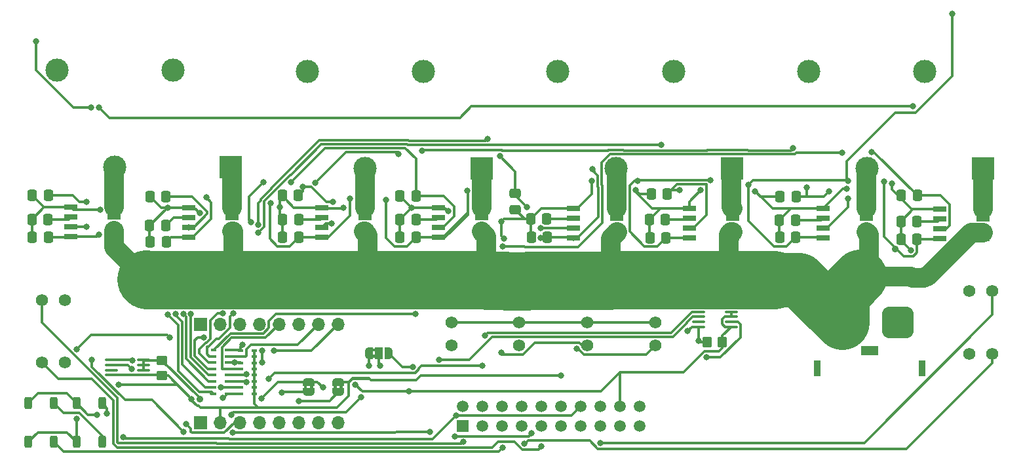
<source format=gbr>
%TF.GenerationSoftware,KiCad,Pcbnew,8.0.3*%
%TF.CreationDate,2025-06-04T14:18:53-07:00*%
%TF.ProjectId,Power_Distribution,506f7765-725f-4446-9973-747269627574,rev?*%
%TF.SameCoordinates,Original*%
%TF.FileFunction,Copper,L1,Top*%
%TF.FilePolarity,Positive*%
%FSLAX46Y46*%
G04 Gerber Fmt 4.6, Leading zero omitted, Abs format (unit mm)*
G04 Created by KiCad (PCBNEW 8.0.3) date 2025-06-04 14:18:53*
%MOMM*%
%LPD*%
G01*
G04 APERTURE LIST*
G04 Aperture macros list*
%AMRoundRect*
0 Rectangle with rounded corners*
0 $1 Rounding radius*
0 $2 $3 $4 $5 $6 $7 $8 $9 X,Y pos of 4 corners*
0 Add a 4 corners polygon primitive as box body*
4,1,4,$2,$3,$4,$5,$6,$7,$8,$9,$2,$3,0*
0 Add four circle primitives for the rounded corners*
1,1,$1+$1,$2,$3*
1,1,$1+$1,$4,$5*
1,1,$1+$1,$6,$7*
1,1,$1+$1,$8,$9*
0 Add four rect primitives between the rounded corners*
20,1,$1+$1,$2,$3,$4,$5,0*
20,1,$1+$1,$4,$5,$6,$7,0*
20,1,$1+$1,$6,$7,$8,$9,0*
20,1,$1+$1,$8,$9,$2,$3,0*%
%AMFreePoly0*
4,1,19,0.500000,-0.750000,0.000000,-0.750000,0.000000,-0.744911,-0.071157,-0.744911,-0.207708,-0.704816,-0.327430,-0.627875,-0.420627,-0.520320,-0.479746,-0.390866,-0.500000,-0.250000,-0.500000,0.250000,-0.479746,0.390866,-0.420627,0.520320,-0.327430,0.627875,-0.207708,0.704816,-0.071157,0.744911,0.000000,0.744911,0.000000,0.750000,0.500000,0.750000,0.500000,-0.750000,0.500000,-0.750000,
$1*%
%AMFreePoly1*
4,1,19,0.000000,0.744911,0.071157,0.744911,0.207708,0.704816,0.327430,0.627875,0.420627,0.520320,0.479746,0.390866,0.500000,0.250000,0.500000,-0.250000,0.479746,-0.390866,0.420627,-0.520320,0.327430,-0.627875,0.207708,-0.704816,0.071157,-0.744911,0.000000,-0.744911,0.000000,-0.750000,-0.500000,-0.750000,-0.500000,0.750000,0.000000,0.750000,0.000000,0.744911,0.000000,0.744911,
$1*%
%AMFreePoly2*
4,1,19,0.550000,-0.750000,0.000000,-0.750000,0.000000,-0.744911,-0.071157,-0.744911,-0.207708,-0.704816,-0.327430,-0.627875,-0.420627,-0.520320,-0.479746,-0.390866,-0.500000,-0.250000,-0.500000,0.250000,-0.479746,0.390866,-0.420627,0.520320,-0.327430,0.627875,-0.207708,0.704816,-0.071157,0.744911,0.000000,0.744911,0.000000,0.750000,0.550000,0.750000,0.550000,-0.750000,0.550000,-0.750000,
$1*%
%AMFreePoly3*
4,1,19,0.000000,0.744911,0.071157,0.744911,0.207708,0.704816,0.327430,0.627875,0.420627,0.520320,0.479746,0.390866,0.500000,0.250000,0.500000,-0.250000,0.479746,-0.390866,0.420627,-0.520320,0.327430,-0.627875,0.207708,-0.704816,0.071157,-0.744911,0.000000,-0.744911,0.000000,-0.750000,-0.550000,-0.750000,-0.550000,0.750000,0.000000,0.750000,0.000000,0.744911,0.000000,0.744911,
$1*%
G04 Aperture macros list end*
%TA.AperFunction,EtchedComponent*%
%ADD10C,0.000000*%
%TD*%
%TA.AperFunction,SMDPad,CuDef*%
%ADD11R,1.750000X0.650000*%
%TD*%
%TA.AperFunction,SMDPad,CuDef*%
%ADD12RoundRect,0.250000X0.337500X0.475000X-0.337500X0.475000X-0.337500X-0.475000X0.337500X-0.475000X0*%
%TD*%
%TA.AperFunction,SMDPad,CuDef*%
%ADD13RoundRect,0.250000X-0.450000X0.350000X-0.450000X-0.350000X0.450000X-0.350000X0.450000X0.350000X0*%
%TD*%
%TA.AperFunction,SMDPad,CuDef*%
%ADD14FreePoly0,90.000000*%
%TD*%
%TA.AperFunction,SMDPad,CuDef*%
%ADD15FreePoly1,90.000000*%
%TD*%
%TA.AperFunction,ComponentPad*%
%ADD16R,0.900000X2.000000*%
%TD*%
%TA.AperFunction,ComponentPad*%
%ADD17RoundRect,1.025000X1.025000X1.025000X-1.025000X1.025000X-1.025000X-1.025000X1.025000X-1.025000X0*%
%TD*%
%TA.AperFunction,ComponentPad*%
%ADD18C,4.100000*%
%TD*%
%TA.AperFunction,ComponentPad*%
%ADD19R,2.300000X1.300000*%
%TD*%
%TA.AperFunction,SMDPad,CuDef*%
%ADD20RoundRect,0.100000X-0.712500X-0.100000X0.712500X-0.100000X0.712500X0.100000X-0.712500X0.100000X0*%
%TD*%
%TA.AperFunction,ComponentPad*%
%ADD21R,3.000000X3.000000*%
%TD*%
%TA.AperFunction,ComponentPad*%
%ADD22C,3.000000*%
%TD*%
%TA.AperFunction,ComponentPad*%
%ADD23R,1.508000X1.508000*%
%TD*%
%TA.AperFunction,ComponentPad*%
%ADD24C,1.508000*%
%TD*%
%TA.AperFunction,SMDPad,CuDef*%
%ADD25RoundRect,0.250000X-0.475000X0.337500X-0.475000X-0.337500X0.475000X-0.337500X0.475000X0.337500X0*%
%TD*%
%TA.AperFunction,ComponentPad*%
%ADD26C,1.574800*%
%TD*%
%TA.AperFunction,SMDPad,CuDef*%
%ADD27RoundRect,0.250000X0.250000X-0.550000X0.250000X0.550000X-0.250000X0.550000X-0.250000X-0.550000X0*%
%TD*%
%TA.AperFunction,SMDPad,CuDef*%
%ADD28R,0.711200X0.457200*%
%TD*%
%TA.AperFunction,ComponentPad*%
%ADD29R,1.700000X1.700000*%
%TD*%
%TA.AperFunction,ComponentPad*%
%ADD30O,1.700000X1.700000*%
%TD*%
%TA.AperFunction,SMDPad,CuDef*%
%ADD31RoundRect,0.250000X0.350000X0.450000X-0.350000X0.450000X-0.350000X-0.450000X0.350000X-0.450000X0*%
%TD*%
%TA.AperFunction,SMDPad,CuDef*%
%ADD32FreePoly2,0.000000*%
%TD*%
%TA.AperFunction,SMDPad,CuDef*%
%ADD33R,1.000000X1.500000*%
%TD*%
%TA.AperFunction,SMDPad,CuDef*%
%ADD34FreePoly3,0.000000*%
%TD*%
%TA.AperFunction,ViaPad*%
%ADD35C,0.800000*%
%TD*%
%TA.AperFunction,ViaPad*%
%ADD36C,0.900000*%
%TD*%
%TA.AperFunction,Conductor*%
%ADD37C,0.304800*%
%TD*%
%TA.AperFunction,Conductor*%
%ADD38C,2.500000*%
%TD*%
%TA.AperFunction,Conductor*%
%ADD39C,7.500000*%
%TD*%
%TA.AperFunction,Conductor*%
%ADD40C,7.000000*%
%TD*%
G04 APERTURE END LIST*
D10*
%TA.AperFunction,EtchedComponent*%
%TO.C,JP2*%
G36*
X122890000Y-104020000D02*
G01*
X122490000Y-104020000D01*
X122490000Y-103520000D01*
X122890000Y-103520000D01*
X122890000Y-104020000D01*
G37*
%TD.AperFunction*%
%TA.AperFunction,EtchedComponent*%
G36*
X123690000Y-104020000D02*
G01*
X123290000Y-104020000D01*
X123290000Y-103520000D01*
X123690000Y-103520000D01*
X123690000Y-104020000D01*
G37*
%TD.AperFunction*%
%TA.AperFunction,EtchedComponent*%
%TO.C,JP1*%
G36*
X119060000Y-104000000D02*
G01*
X118660000Y-104000000D01*
X118660000Y-103500000D01*
X119060000Y-103500000D01*
X119060000Y-104000000D01*
G37*
%TD.AperFunction*%
%TA.AperFunction,EtchedComponent*%
G36*
X119860000Y-104000000D02*
G01*
X119460000Y-104000000D01*
X119460000Y-103500000D01*
X119860000Y-103500000D01*
X119860000Y-104000000D01*
G37*
%TD.AperFunction*%
%TA.AperFunction,EtchedComponent*%
%TO.C,JP3*%
G36*
X127950000Y-99180000D02*
G01*
X127450000Y-99180000D01*
X127450000Y-98780000D01*
X127950000Y-98780000D01*
X127950000Y-99180000D01*
G37*
%TD.AperFunction*%
%TA.AperFunction,EtchedComponent*%
G36*
X127950000Y-99980000D02*
G01*
X127450000Y-99980000D01*
X127450000Y-99580000D01*
X127950000Y-99580000D01*
X127950000Y-99980000D01*
G37*
%TD.AperFunction*%
%TD*%
D11*
%TO.P,IC5,1,IP+_1*%
%TO.N,+BATT*%
X141669200Y-84429600D03*
%TO.P,IC5,2,IP+_2*%
X141669200Y-83159600D03*
%TO.P,IC5,3,IP-_1*%
%TO.N,PWR5*%
X141669200Y-81889600D03*
%TO.P,IC5,4,IP-_2*%
X141669200Y-80619600D03*
%TO.P,IC5,5,GND*%
%TO.N,GND*%
X136069200Y-80619600D03*
%TO.P,IC5,6,FILTER*%
%TO.N,Net-(IC5-FILTER)*%
X136069200Y-81889600D03*
%TO.P,IC5,7,VIOUT*%
%TO.N,VIout5*%
X136069200Y-83159600D03*
%TO.P,IC5,8,VCC*%
%TO.N,5V*%
X136069200Y-84429600D03*
%TD*%
D12*
%TO.P,Cf1,1*%
%TO.N,Net-(IC1-FILTER)*%
X197887500Y-82346800D03*
%TO.P,Cf1,2*%
%TO.N,GND*%
X195812500Y-82346800D03*
%TD*%
D11*
%TO.P,IC7,1,IP+_1*%
%TO.N,+BATT*%
X109372400Y-84378800D03*
%TO.P,IC7,2,IP+_2*%
X109372400Y-83108800D03*
%TO.P,IC7,3,IP-_1*%
%TO.N,PWR7*%
X109372400Y-81838800D03*
%TO.P,IC7,4,IP-_2*%
X109372400Y-80568800D03*
%TO.P,IC7,5,GND*%
%TO.N,GND*%
X103772400Y-80568800D03*
%TO.P,IC7,6,FILTER*%
%TO.N,Net-(IC7-FILTER)*%
X103772400Y-81838800D03*
%TO.P,IC7,7,VIOUT*%
%TO.N,VIout7*%
X103772400Y-83108800D03*
%TO.P,IC7,8,VCC*%
%TO.N,5V*%
X103772400Y-84378800D03*
%TD*%
D13*
%TO.P,R1,1*%
%TO.N,+3.3V*%
X100320000Y-100310000D03*
%TO.P,R1,2*%
%TO.N,GND*%
X100320000Y-102310000D03*
%TD*%
D14*
%TO.P,JP2,1,A*%
%TO.N,COM*%
X123090000Y-104420000D03*
D15*
%TO.P,JP2,2,B*%
%TO.N,GND*%
X123090000Y-103120000D03*
%TD*%
D12*
%TO.P,Cf3,1*%
%TO.N,Net-(IC6-FILTER)*%
X117979100Y-82092800D03*
%TO.P,Cf3,2*%
%TO.N,GND*%
X115904100Y-82092800D03*
%TD*%
D16*
%TO.P,J4,*%
%TO.N,*%
X198520000Y-101380000D03*
X185020000Y-101380000D03*
D17*
%TO.P,J4,1,Pin_1*%
%TO.N,-BATT*%
X195370000Y-95380000D03*
D18*
%TO.P,J4,2,Pin_2*%
%TO.N,+BATT*%
X188170000Y-95380000D03*
D19*
%TO.P,J4,3*%
%TO.N,N/C*%
X191770000Y-99030000D03*
%TD*%
D12*
%TO.P,Cf8,1*%
%TO.N,Net-(IC8-FILTER)*%
X85619500Y-82092800D03*
%TO.P,Cf8,2*%
%TO.N,GND*%
X83544500Y-82092800D03*
%TD*%
D20*
%TO.P,U2,1,SDA*%
%TO.N,SDA*%
X169675000Y-94020000D03*
%TO.P,U2,2,SCL*%
%TO.N,SCL*%
X169675000Y-94670000D03*
%TO.P,U2,3,Alert*%
%TO.N,unconnected-(U2-Alert-Pad3)*%
X169675000Y-95320000D03*
%TO.P,U2,4,GND*%
%TO.N,GND*%
X169675000Y-95970000D03*
%TO.P,U2,5,A2*%
%TO.N,+3.3V*%
X173900000Y-95970000D03*
%TO.P,U2,6,A1*%
%TO.N,GND*%
X173900000Y-95320000D03*
%TO.P,U2,7,A0*%
%TO.N,+3.3V*%
X173900000Y-94670000D03*
%TO.P,U2,8,V_{DD}*%
X173900000Y-94020000D03*
%TD*%
D21*
%TO.P,J6,1,1*%
%TO.N,PWR1*%
X206396000Y-75492000D03*
D22*
%TO.P,J6,2,2*%
%TO.N,-BATT*%
X198896000Y-62992000D03*
%TO.P,J6,3,3*%
%TO.N,PWR2*%
X191396000Y-75492000D03*
%TO.P,J6,4,4*%
%TO.N,-BATT*%
X183896000Y-62992000D03*
%TD*%
D12*
%TO.P,Cb6,1*%
%TO.N,5V*%
X165447800Y-84480400D03*
%TO.P,Cb6,2*%
%TO.N,GND*%
X163372800Y-84480400D03*
%TD*%
D23*
%TO.P,J18,1,1*%
%TO.N,PWM0*%
X139190000Y-108750000D03*
D24*
%TO.P,J18,2,2*%
%TO.N,SCL*%
X139190000Y-106210000D03*
%TO.P,J18,3,3*%
%TO.N,PWM1*%
X141730000Y-108750000D03*
%TO.P,J18,4,4*%
%TO.N,SDA*%
X141730000Y-106210000D03*
%TO.P,J18,5,5*%
%TO.N,PWM2*%
X144270000Y-108750000D03*
%TO.P,J18,6,6*%
%TO.N,toNEO_CTRL_MOOD*%
X144270000Y-106210000D03*
%TO.P,J18,7,7*%
%TO.N,PWM3*%
X146810000Y-108750000D03*
%TO.P,J18,8,8*%
%TO.N,outNEO_CTRL_MOOD*%
X146810000Y-106210000D03*
%TO.P,J18,9,9*%
%TO.N,PWM4*%
X149350000Y-108750000D03*
%TO.P,J18,10,10*%
%TO.N,unconnected-(J18-Pad10)*%
X149350000Y-106210000D03*
%TO.P,J18,11,11*%
%TO.N,PWM5*%
X151890000Y-108750000D03*
%TO.P,J18,12,12*%
%TO.N,GND*%
X151890000Y-106210000D03*
%TO.P,J18,13,13*%
%TO.N,PWM6*%
X154430000Y-108750000D03*
%TO.P,J18,14,14*%
%TO.N,5V*%
X154430000Y-106210000D03*
%TO.P,J18,15,15*%
%TO.N,PWM7*%
X156970000Y-108750000D03*
%TO.P,J18,16,16*%
%TO.N,5V*%
X156970000Y-106210000D03*
%TO.P,J18,17,17*%
%TO.N,unconnected-(J18-Pad17)*%
X159510000Y-108750000D03*
%TO.P,J18,18,18*%
%TO.N,+3.3V*%
X159510000Y-106210000D03*
%TO.P,J18,19,19*%
%TO.N,unconnected-(J18-Pad19)*%
X162050000Y-108750000D03*
%TO.P,J18,20,20*%
%TO.N,GND*%
X162050000Y-106210000D03*
%TD*%
D12*
%TO.P,Cf11,1*%
%TO.N,VIout3*%
X165617500Y-78790000D03*
%TO.P,Cf11,2*%
%TO.N,GND*%
X163542500Y-78790000D03*
%TD*%
D25*
%TO.P,Cf12,1*%
%TO.N,VIout4*%
X146000000Y-78762500D03*
%TO.P,Cf12,2*%
%TO.N,GND*%
X146000000Y-80837500D03*
%TD*%
D12*
%TO.P,Cb2,1*%
%TO.N,5V*%
X182211800Y-84429600D03*
%TO.P,Cb2,2*%
%TO.N,GND*%
X180136800Y-84429600D03*
%TD*%
%TO.P,Cb1,1*%
%TO.N,5V*%
X197887500Y-84632800D03*
%TO.P,Cb1,2*%
%TO.N,GND*%
X195812500Y-84632800D03*
%TD*%
%TO.P,Cf7,1*%
%TO.N,Net-(IC4-FILTER)*%
X150033900Y-82042000D03*
%TO.P,Cf7,2*%
%TO.N,GND*%
X147958900Y-82042000D03*
%TD*%
D26*
%TO.P,J15,1,1*%
%TO.N,PWM6*%
X164060000Y-98389999D03*
%TO.P,J15,2,2*%
%TO.N,GND*%
X164060000Y-95390000D03*
%TD*%
D11*
%TO.P,IC6,1,IP+_1*%
%TO.N,+BATT*%
X126581600Y-84429600D03*
%TO.P,IC6,2,IP+_2*%
X126581600Y-83159600D03*
%TO.P,IC6,3,IP-_1*%
%TO.N,PWR6*%
X126581600Y-81889600D03*
%TO.P,IC6,4,IP-_2*%
X126581600Y-80619600D03*
%TO.P,IC6,5,GND*%
%TO.N,GND*%
X120981600Y-80619600D03*
%TO.P,IC6,6,FILTER*%
%TO.N,Net-(IC6-FILTER)*%
X120981600Y-81889600D03*
%TO.P,IC6,7,VIOUT*%
%TO.N,VIout6*%
X120981600Y-83159600D03*
%TO.P,IC6,8,VCC*%
%TO.N,5V*%
X120981600Y-84429600D03*
%TD*%
D26*
%TO.P,J10,1,1*%
%TO.N,PWM0*%
X84800000Y-92550000D03*
%TO.P,J10,2,2*%
%TO.N,GND*%
X87799999Y-92550000D03*
%TD*%
D11*
%TO.P,IC4,1,IP+_1*%
%TO.N,+BATT*%
X159054800Y-84480400D03*
%TO.P,IC4,2,IP+_2*%
X159054800Y-83210400D03*
%TO.P,IC4,3,IP-_1*%
%TO.N,PWR4*%
X159054800Y-81940400D03*
%TO.P,IC4,4,IP-_2*%
X159054800Y-80670400D03*
%TO.P,IC4,5,GND*%
%TO.N,GND*%
X153454800Y-80670400D03*
%TO.P,IC4,6,FILTER*%
%TO.N,Net-(IC4-FILTER)*%
X153454800Y-81940400D03*
%TO.P,IC4,7,VIOUT*%
%TO.N,VIout4*%
X153454800Y-83210400D03*
%TO.P,IC4,8,VCC*%
%TO.N,5V*%
X153454800Y-84480400D03*
%TD*%
D12*
%TO.P,Cb7,1*%
%TO.N,5V*%
X150135500Y-84378800D03*
%TO.P,Cb7,2*%
%TO.N,GND*%
X148060500Y-84378800D03*
%TD*%
D14*
%TO.P,JP1,1,A*%
%TO.N,REF*%
X119260000Y-104400000D03*
D15*
%TO.P,JP1,2,B*%
%TO.N,+3.3V*%
X119260000Y-103100000D03*
%TD*%
D12*
%TO.P,Cf14,1*%
%TO.N,VIout6*%
X117962500Y-79025000D03*
%TO.P,Cf14,2*%
%TO.N,GND*%
X115887500Y-79025000D03*
%TD*%
%TO.P,Cf2,1*%
%TO.N,Net-(IC2-FILTER)*%
X182190300Y-82194400D03*
%TO.P,Cf2,2*%
%TO.N,GND*%
X180115300Y-82194400D03*
%TD*%
D27*
%TO.P,LED1,1,VSS*%
%TO.N,GND*%
X83060000Y-110850000D03*
%TO.P,LED1,2,DIN*%
%TO.N,toNEO_CTRL_MOOD*%
X86360000Y-110850000D03*
%TO.P,LED1,3,VDD*%
%TO.N,5V*%
X83060000Y-105850000D03*
%TO.P,LED1,4,DOUT*%
%TO.N,Net-(LED1-DOUT)*%
X86360000Y-105850000D03*
%TD*%
D28*
%TO.P,R3,1*%
%TO.N,VIout1*%
X107012700Y-99001201D03*
%TO.P,R3,2*%
%TO.N,VIout2*%
X107012700Y-99801201D03*
%TO.P,R3,3*%
%TO.N,VIout3*%
X107012700Y-100601200D03*
%TO.P,R3,4*%
%TO.N,VIout4*%
X107012700Y-101401201D03*
%TO.P,R3,5*%
%TO.N,VIout5*%
X107012700Y-102201199D03*
%TO.P,R3,6*%
%TO.N,VIout6*%
X107012700Y-103001200D03*
%TO.P,R3,7*%
%TO.N,VIout7*%
X107012700Y-103801201D03*
%TO.P,R3,8*%
%TO.N,VIout8*%
X107012700Y-104601199D03*
%TO.P,R3,9*%
%TO.N,VIout8Div*%
X108816100Y-104601199D03*
%TO.P,R3,10*%
%TO.N,VIout7Div*%
X108816100Y-103801199D03*
%TO.P,R3,11*%
%TO.N,VIout6Div*%
X108816100Y-103001200D03*
%TO.P,R3,12*%
%TO.N,VIout5Div*%
X108816100Y-102201199D03*
%TO.P,R3,13*%
%TO.N,VIout4Div*%
X108816100Y-101401201D03*
%TO.P,R3,14*%
%TO.N,VIout3Div*%
X108816100Y-100601200D03*
%TO.P,R3,15*%
%TO.N,VIout2Div*%
X108816100Y-99801199D03*
%TO.P,R3,16*%
%TO.N,VIout1Div*%
X108816100Y-99001201D03*
%TD*%
D21*
%TO.P,J2,1,1*%
%TO.N,PWR5*%
X141612000Y-75492000D03*
D22*
%TO.P,J2,2,2*%
%TO.N,-BATT*%
X134112000Y-62992000D03*
%TO.P,J2,3,3*%
%TO.N,PWR6*%
X126612000Y-75492000D03*
%TO.P,J2,4,4*%
%TO.N,-BATT*%
X119112000Y-62992000D03*
%TD*%
D26*
%TO.P,J17,1,1*%
%TO.N,PWM7*%
X207619999Y-91380000D03*
%TO.P,J17,2,2*%
%TO.N,GND*%
X204620000Y-91380000D03*
%TD*%
D12*
%TO.P,Cf13,1*%
%TO.N,VIout5*%
X133137500Y-79075000D03*
%TO.P,Cf13,2*%
%TO.N,GND*%
X131062500Y-79075000D03*
%TD*%
D26*
%TO.P,J16,1,1*%
%TO.N,PWM3*%
X207619999Y-99510000D03*
%TO.P,J16,2,2*%
%TO.N,GND*%
X204620000Y-99510000D03*
%TD*%
D29*
%TO.P,J9,1,Pin_1*%
%TO.N,VIout8Div*%
X105290000Y-95632000D03*
D30*
%TO.P,J9,2,Pin_2*%
%TO.N,VIout7Div*%
X107830000Y-95632000D03*
%TO.P,J9,3,Pin_3*%
%TO.N,VIout6Div*%
X110370000Y-95632000D03*
%TO.P,J9,4,Pin_4*%
%TO.N,VIout5Div*%
X112910000Y-95632000D03*
%TO.P,J9,5,Pin_5*%
%TO.N,VIout4Div*%
X115450000Y-95632000D03*
%TO.P,J9,6,Pin_6*%
%TO.N,VIout3Div*%
X117990000Y-95632000D03*
%TO.P,J9,7,Pin_7*%
%TO.N,VIout2Div*%
X120530000Y-95632000D03*
%TO.P,J9,8,Pin_8*%
%TO.N,VIout1Div*%
X123070000Y-95632000D03*
%TD*%
D27*
%TO.P,LED2,1,VSS*%
%TO.N,GND*%
X89290000Y-110850000D03*
%TO.P,LED2,2,DIN*%
%TO.N,Net-(LED1-DOUT)*%
X92590000Y-110850000D03*
%TO.P,LED2,3,VDD*%
%TO.N,5V*%
X89290000Y-105850000D03*
%TO.P,LED2,4,DOUT*%
%TO.N,Net-(LED2-DOUT)*%
X92590000Y-105850000D03*
%TD*%
D12*
%TO.P,Cf10,1*%
%TO.N,VIout2*%
X182270000Y-79140000D03*
%TO.P,Cf10,2*%
%TO.N,GND*%
X180195000Y-79140000D03*
%TD*%
%TO.P,Cb8,1*%
%TO.N,5V*%
X85641000Y-84378800D03*
%TO.P,Cb8,2*%
%TO.N,GND*%
X83566000Y-84378800D03*
%TD*%
D20*
%TO.P,U1,1,SDA*%
%TO.N,SDA*%
X93767500Y-100260000D03*
%TO.P,U1,2,SCL*%
%TO.N,SCL*%
X93767500Y-100910000D03*
%TO.P,U1,3,Alert*%
%TO.N,unconnected-(U1-Alert-Pad3)*%
X93767500Y-101560000D03*
%TO.P,U1,4,GND*%
%TO.N,GND*%
X93767500Y-102210000D03*
%TO.P,U1,5,A2*%
X97992500Y-102210000D03*
%TO.P,U1,6,A1*%
%TO.N,+3.3V*%
X97992500Y-101560000D03*
%TO.P,U1,7,A0*%
X97992500Y-100910000D03*
%TO.P,U1,8,V_{DD}*%
X97992500Y-100260000D03*
%TD*%
D12*
%TO.P,Cb5,1*%
%TO.N,5V*%
X133139000Y-84378800D03*
%TO.P,Cb5,2*%
%TO.N,GND*%
X131064000Y-84378800D03*
%TD*%
D11*
%TO.P,IC2,1,IP+_1*%
%TO.N,+BATT*%
X191351600Y-84480400D03*
%TO.P,IC2,2,IP+_2*%
X191351600Y-83210400D03*
%TO.P,IC2,3,IP-_1*%
%TO.N,PWR2*%
X191351600Y-81940400D03*
%TO.P,IC2,4,IP-_2*%
X191351600Y-80670400D03*
%TO.P,IC2,5,GND*%
%TO.N,GND*%
X185751600Y-80670400D03*
%TO.P,IC2,6,FILTER*%
%TO.N,Net-(IC2-FILTER)*%
X185751600Y-81940400D03*
%TO.P,IC2,7,VIOUT*%
%TO.N,VIout2*%
X185751600Y-83210400D03*
%TO.P,IC2,8,VCC*%
%TO.N,5V*%
X185751600Y-84480400D03*
%TD*%
D12*
%TO.P,Cf4,1*%
%TO.N,Net-(IC7-FILTER)*%
X100808700Y-82905600D03*
%TO.P,Cf4,2*%
%TO.N,GND*%
X98733700Y-82905600D03*
%TD*%
%TO.P,Cf15,1*%
%TO.N,VIout7*%
X100837500Y-79125000D03*
%TO.P,Cf15,2*%
%TO.N,GND*%
X98762500Y-79125000D03*
%TD*%
D11*
%TO.P,IC1,1,IP+_1*%
%TO.N,+BATT*%
X206451200Y-84582000D03*
%TO.P,IC1,2,IP+_2*%
X206451200Y-83312000D03*
%TO.P,IC1,3,IP-_1*%
%TO.N,PWR1*%
X206451200Y-82042000D03*
%TO.P,IC1,4,IP-_2*%
X206451200Y-80772000D03*
%TO.P,IC1,5,GND*%
%TO.N,GND*%
X200851200Y-80772000D03*
%TO.P,IC1,6,FILTER*%
%TO.N,Net-(IC1-FILTER)*%
X200851200Y-82042000D03*
%TO.P,IC1,7,VIOUT*%
%TO.N,VIout1*%
X200851200Y-83312000D03*
%TO.P,IC1,8,VCC*%
%TO.N,5V*%
X200851200Y-84582000D03*
%TD*%
D12*
%TO.P,Cf16,1*%
%TO.N,VIout8*%
X85637500Y-79000000D03*
%TO.P,Cf16,2*%
%TO.N,GND*%
X83562500Y-79000000D03*
%TD*%
D26*
%TO.P,J14,1,1*%
%TO.N,PWM2*%
X155284400Y-98399999D03*
%TO.P,J14,2,2*%
%TO.N,GND*%
X155284400Y-95400000D03*
%TD*%
D21*
%TO.P,J1,1,1*%
%TO.N,PWR3*%
X173985600Y-75492000D03*
D22*
%TO.P,J1,2,2*%
%TO.N,-BATT*%
X166485600Y-62992000D03*
%TO.P,J1,3,3*%
%TO.N,PWR4*%
X158985600Y-75492000D03*
%TO.P,J1,4,4*%
%TO.N,-BATT*%
X151485600Y-62992000D03*
%TD*%
D26*
%TO.P,J11,1,1*%
%TO.N,PWM4*%
X84800000Y-100590000D03*
%TO.P,J11,2,2*%
%TO.N,GND*%
X87799999Y-100590000D03*
%TD*%
D31*
%TO.P,R2,1*%
%TO.N,+3.3V*%
X172750000Y-97980000D03*
%TO.P,R2,2*%
%TO.N,GND*%
X170750000Y-97980000D03*
%TD*%
D12*
%TO.P,Cf9,1*%
%TO.N,VIout1*%
X197920000Y-79000000D03*
%TO.P,Cf9,2*%
%TO.N,GND*%
X195845000Y-79000000D03*
%TD*%
D11*
%TO.P,IC8,1,IP+_1*%
%TO.N,+BATT*%
X94171200Y-84328000D03*
%TO.P,IC8,2,IP+_2*%
X94171200Y-83058000D03*
%TO.P,IC8,3,IP-_1*%
%TO.N,PWR8*%
X94171200Y-81788000D03*
%TO.P,IC8,4,IP-_2*%
X94171200Y-80518000D03*
%TO.P,IC8,5,GND*%
%TO.N,GND*%
X88571200Y-80518000D03*
%TO.P,IC8,6,FILTER*%
%TO.N,Net-(IC8-FILTER)*%
X88571200Y-81788000D03*
%TO.P,IC8,7,VIOUT*%
%TO.N,VIout8*%
X88571200Y-83058000D03*
%TO.P,IC8,8,VCC*%
%TO.N,5V*%
X88571200Y-84328000D03*
%TD*%
D12*
%TO.P,Cb3,1*%
%TO.N,5V*%
X117979100Y-84378800D03*
%TO.P,Cb3,2*%
%TO.N,GND*%
X115904100Y-84378800D03*
%TD*%
D32*
%TO.P,JP3,1,A*%
%TO.N,Net-(J3-Pin_1)*%
X127050000Y-99380000D03*
D33*
%TO.P,JP3,2,C*%
%TO.N,+3.3V*%
X128350000Y-99380000D03*
D34*
%TO.P,JP3,3,B*%
%TO.N,5V*%
X129650000Y-99380000D03*
%TD*%
D28*
%TO.P,R4,1*%
%TO.N,VIout1Div*%
X110464600Y-99022002D03*
%TO.P,R4,2*%
%TO.N,VIout2Div*%
X110464600Y-99822002D03*
%TO.P,R4,3*%
%TO.N,VIout3Div*%
X110464600Y-100622001D03*
%TO.P,R4,4*%
%TO.N,VIout4Div*%
X110464600Y-101422002D03*
%TO.P,R4,5*%
%TO.N,VIout5Div*%
X110464600Y-102222000D03*
%TO.P,R4,6*%
%TO.N,VIout6Div*%
X110464600Y-103022001D03*
%TO.P,R4,7*%
%TO.N,VIout7Div*%
X110464600Y-103822002D03*
%TO.P,R4,8*%
%TO.N,VIout8Div*%
X110464600Y-104622000D03*
%TO.P,R4,9*%
%TO.N,GND*%
X112268000Y-104622000D03*
%TO.P,R4,10*%
X112268000Y-103822000D03*
%TO.P,R4,11*%
X112268000Y-103022001D03*
%TO.P,R4,12*%
X112268000Y-102222000D03*
%TO.P,R4,13*%
X112268000Y-101422002D03*
%TO.P,R4,14*%
X112268000Y-100622001D03*
%TO.P,R4,15*%
X112268000Y-99822000D03*
%TO.P,R4,16*%
X112268000Y-99022002D03*
%TD*%
D11*
%TO.P,IC3,1,IP+_1*%
%TO.N,+BATT*%
X174040800Y-84480400D03*
%TO.P,IC3,2,IP+_2*%
X174040800Y-83210400D03*
%TO.P,IC3,3,IP-_1*%
%TO.N,PWR3*%
X174040800Y-81940400D03*
%TO.P,IC3,4,IP-_2*%
X174040800Y-80670400D03*
%TO.P,IC3,5,GND*%
%TO.N,GND*%
X168440800Y-80670400D03*
%TO.P,IC3,6,FILTER*%
%TO.N,Net-(IC3-FILTER)*%
X168440800Y-81940400D03*
%TO.P,IC3,7,VIOUT*%
%TO.N,VIout3*%
X168440800Y-83210400D03*
%TO.P,IC3,8,VCC*%
%TO.N,5V*%
X168440800Y-84480400D03*
%TD*%
D12*
%TO.P,Cb4,1*%
%TO.N,5V*%
X100881000Y-85039200D03*
%TO.P,Cb4,2*%
%TO.N,GND*%
X98806000Y-85039200D03*
%TD*%
%TO.P,Cf5,1*%
%TO.N,Net-(IC5-FILTER)*%
X133139000Y-82143600D03*
%TO.P,Cf5,2*%
%TO.N,GND*%
X131064000Y-82143600D03*
%TD*%
D26*
%TO.P,J13,1,1*%
%TO.N,PWM5*%
X146508800Y-98399999D03*
%TO.P,J13,2,2*%
%TO.N,GND*%
X146508800Y-95400000D03*
%TD*%
%TO.P,J12,1,1*%
%TO.N,PWM1*%
X137733200Y-98399999D03*
%TO.P,J12,2,2*%
%TO.N,GND*%
X137733200Y-95400000D03*
%TD*%
D21*
%TO.P,J7,1,1*%
%TO.N,PWR7*%
X109252400Y-75339600D03*
D22*
%TO.P,J7,2,2*%
%TO.N,-BATT*%
X101752400Y-62839600D03*
%TO.P,J7,3,3*%
%TO.N,PWR8*%
X94252400Y-75339600D03*
%TO.P,J7,4,4*%
%TO.N,-BATT*%
X86752400Y-62839600D03*
%TD*%
D12*
%TO.P,Cf6,1*%
%TO.N,Net-(IC3-FILTER)*%
X165375500Y-82143600D03*
%TO.P,Cf6,2*%
%TO.N,GND*%
X163300500Y-82143600D03*
%TD*%
D29*
%TO.P,J3,1,Pin_1*%
%TO.N,Net-(J3-Pin_1)*%
X105290000Y-108332000D03*
D30*
%TO.P,J3,2,Pin_2*%
%TO.N,GND*%
X107830000Y-108332000D03*
%TO.P,J3,3,Pin_3*%
%TO.N,SCL*%
X110370000Y-108332000D03*
%TO.P,J3,4,Pin_4*%
%TO.N,SDA*%
X112910000Y-108332000D03*
%TO.P,J3,5,Pin_5*%
%TO.N,REF*%
X115450000Y-108332000D03*
%TO.P,J3,6,Pin_6*%
%TO.N,COM*%
X117990000Y-108332000D03*
%TO.P,J3,7,Pin_7*%
%TO.N,AD0*%
X120530000Y-108332000D03*
%TO.P,J3,8,Pin_8*%
%TO.N,AD1*%
X123070000Y-108332000D03*
%TD*%
D35*
%TO.N,GND*%
X169672000Y-97790000D03*
%TO.N,Net-(LED2-DOUT)*%
X93218000Y-107188000D03*
%TO.N,VIout8*%
X90594000Y-83058000D03*
%TO.N,GND*%
X197104000Y-86106000D03*
%TO.N,5V*%
X149248000Y-84521188D03*
%TO.N,VIout6*%
X122269010Y-82650398D03*
%TO.N,GND*%
X115570000Y-80518000D03*
%TO.N,VIout8Div*%
X108204000Y-105156000D03*
%TO.N,VIout4*%
X142420000Y-71734400D03*
%TO.N,VIout3*%
X112802043Y-83856538D03*
%TO.N,VIout5*%
X111822541Y-82457594D03*
%TO.N,VIout1Div*%
X110744000Y-98298000D03*
%TO.N,GND*%
X168230000Y-96520000D03*
X132588000Y-80619600D03*
X188804070Y-78145490D03*
X105218600Y-81276111D03*
X104143470Y-105305012D03*
X155873740Y-77121997D03*
X176977200Y-78497200D03*
X123802800Y-80578167D03*
X161515600Y-78296545D03*
X151890000Y-102280000D03*
X101070500Y-80568800D03*
X144510401Y-84557258D03*
X94780000Y-103480000D03*
X89360000Y-98900000D03*
X169954400Y-78328190D03*
X170720000Y-99917300D03*
X92334823Y-80830000D03*
X101356800Y-97372912D03*
X144160000Y-82390000D03*
X194606842Y-77481444D03*
X89300000Y-107880000D03*
X137305515Y-81039872D03*
%TO.N,5V*%
X138362100Y-107400567D03*
X114339633Y-80014633D03*
X129275000Y-79600000D03*
X95295964Y-110268000D03*
X161820000Y-77110000D03*
X91911132Y-107321132D03*
X106066146Y-79271341D03*
X188990365Y-77122626D03*
X193650000Y-77180000D03*
X139780000Y-78360000D03*
D36*
X195047404Y-85903266D03*
D35*
X155984400Y-75570034D03*
X171206565Y-77014831D03*
X202450000Y-55560000D03*
X92170000Y-84100000D03*
X132740000Y-101150000D03*
X100881000Y-85039200D03*
X124660000Y-79440000D03*
X176120000Y-77610000D03*
%TO.N,VIout1*%
X133110000Y-94310000D03*
X192010000Y-73360000D03*
X144360000Y-85560000D03*
X188210000Y-73460000D03*
%TO.N,VIout2*%
X186520000Y-78490000D03*
X120157362Y-77360464D03*
X183670000Y-77930000D03*
X133900000Y-73245600D03*
X181845027Y-72910896D03*
X130930000Y-73650400D03*
X189010000Y-79420000D03*
X109560000Y-94250000D03*
%TO.N,VIout3*%
X108190627Y-94227558D03*
X167250000Y-78350000D03*
X164820000Y-72434400D03*
%TO.N,VIout4*%
X147463873Y-80504331D03*
X105719818Y-97327406D03*
X112750000Y-82840000D03*
X143979431Y-73932400D03*
X149255905Y-83244957D03*
%TO.N,VIout5*%
X117017133Y-77337133D03*
X113430000Y-77310000D03*
X104087072Y-94282302D03*
%TO.N,VIout6*%
X103084871Y-94327124D03*
X118540262Y-77925262D03*
X122400000Y-79825000D03*
%TO.N,VIout7*%
X103772400Y-83108800D03*
X102081700Y-94335124D03*
%TO.N,VIout8*%
X90600000Y-79800000D03*
X101080000Y-94390000D03*
%TO.N,SDA*%
X114086672Y-102675600D03*
X96480000Y-100340000D03*
X141730000Y-101020000D03*
X142080000Y-97080000D03*
%TO.N,COM*%
X118040000Y-105550000D03*
%TO.N,SCL*%
X96460000Y-101450000D03*
X136168312Y-100238800D03*
X103490000Y-108550000D03*
%TO.N,REF*%
X115845600Y-104513697D03*
%TO.N,PWM0*%
X139302040Y-110860400D03*
%TO.N,PWM4*%
X149390000Y-111440000D03*
%TO.N,PWM2*%
X144141043Y-99288999D03*
%TO.N,PWM6*%
X153942684Y-98794420D03*
%TO.N,PWM3*%
X147175586Y-111077895D03*
%TO.N,PWM7*%
X156980000Y-110990000D03*
%TO.N,+3.3V*%
X121125000Y-103825000D03*
D36*
X105196568Y-105319860D03*
D35*
X113193017Y-105235075D03*
X132260000Y-104325600D03*
X128500000Y-101020000D03*
X125311800Y-103431704D03*
%TO.N,Net-(J3-Pin_1)*%
X127080000Y-101020000D03*
X126040000Y-105090000D03*
X109275223Y-107368800D03*
%TO.N,VIout5Div*%
X113284000Y-100584000D03*
X111278290Y-102081710D03*
X113284000Y-99060000D03*
%TO.N,Net-(LED2-DOUT)*%
X197333052Y-67490000D03*
X92220000Y-67650000D03*
%TO.N,VIout7Div*%
X107968302Y-103766000D03*
%TO.N,VIout6Div*%
X111252000Y-103124000D03*
%TO.N,VIout1Div*%
X114808000Y-99060000D03*
%TO.N,VIout3Div*%
X109762890Y-100566310D03*
%TO.N,outNEO_CTRL_MOOD*%
X91240000Y-100250000D03*
X109435287Y-109647819D03*
X91192473Y-67608947D03*
X103120000Y-109530000D03*
X134924400Y-109534400D03*
X148110000Y-109720000D03*
X138210000Y-110180000D03*
X84080000Y-59070000D03*
%TO.N,toNEO_CTRL_MOOD*%
X144357360Y-111577815D03*
%TD*%
D37*
%TO.N,PWM7*%
X207619999Y-91380000D02*
X207619999Y-94434801D01*
X207619999Y-94434801D02*
X191064800Y-110990000D01*
X191064800Y-110990000D02*
X156980000Y-110990000D01*
%TO.N,VIout5*%
X136069200Y-83159600D02*
X136619200Y-83159600D01*
X138057915Y-80399915D02*
X136733000Y-79075000D01*
X136733000Y-79075000D02*
X133137500Y-79075000D01*
X136619200Y-83159600D02*
X138057915Y-81720885D01*
X138057915Y-81720885D02*
X138057915Y-80399915D01*
%TO.N,VIout1*%
X200879200Y-79000000D02*
X202078600Y-80199400D01*
X201676000Y-83312000D02*
X200851200Y-83312000D01*
X202078600Y-80199400D02*
X202078600Y-82909400D01*
X202078600Y-82909400D02*
X201676000Y-83312000D01*
%TO.N,VIout2*%
X124118226Y-73399600D02*
X120157362Y-77360464D01*
%TO.N,VIout6*%
X119655431Y-77925262D02*
X121555169Y-79825000D01*
%TO.N,VIout2*%
X130930000Y-73650400D02*
X130679200Y-73399600D01*
X130679200Y-73399600D02*
X124118226Y-73399600D01*
%TO.N,5V*%
X106676800Y-82024400D02*
X104322400Y-84378800D01*
X106676800Y-79881995D02*
X106676800Y-82024400D01*
X106066146Y-79271341D02*
X106676800Y-79881995D01*
%TO.N,VIout7*%
X104233400Y-79125000D02*
X100837500Y-79125000D01*
%TO.N,5V*%
X104322400Y-84378800D02*
X103772400Y-84378800D01*
%TO.N,VIout7*%
X103772400Y-83108800D02*
X104449966Y-83108800D01*
X104449966Y-83108800D02*
X106172000Y-81386766D01*
X106172000Y-81386766D02*
X106172000Y-81063600D01*
X106172000Y-81063600D02*
X104233400Y-79125000D01*
%TO.N,VIout1*%
X109179501Y-96834400D02*
X113408051Y-96834400D01*
X114127000Y-95254549D02*
X114127000Y-96115451D01*
X114127000Y-96115451D02*
X113408051Y-96834400D01*
X107050590Y-98963311D02*
X109179501Y-96834400D01*
%TO.N,VIout4Div*%
X108108100Y-101353601D02*
X108108100Y-98619697D01*
X108816100Y-101401201D02*
X108155700Y-101401201D01*
X113685200Y-97396800D02*
X115450000Y-95632000D01*
X108155700Y-101401201D02*
X108108100Y-101353601D01*
X108108100Y-98619697D02*
X109330997Y-97396800D01*
X109330997Y-97396800D02*
X113685200Y-97396800D01*
%TO.N,VIout3*%
X105156000Y-99404900D02*
X106352300Y-100601200D01*
X105156000Y-98854105D02*
X105156000Y-99404900D01*
X105962905Y-98047200D02*
X105156000Y-98854105D01*
%TO.N,VIout2*%
X106304700Y-98552000D02*
X107320700Y-97536000D01*
%TO.N,VIout3*%
X106068605Y-98047200D02*
X105962905Y-98047200D01*
X108190627Y-94227558D02*
X107533991Y-94227558D01*
X106627600Y-95133949D02*
X106627600Y-97488205D01*
X107533991Y-94227558D02*
X106627600Y-95133949D01*
X106352300Y-100601200D02*
X107012700Y-100601200D01*
%TO.N,VIout2*%
X106457100Y-99801201D02*
X106172000Y-99516101D01*
%TO.N,VIout3*%
X106627600Y-97488205D02*
X106068605Y-98047200D01*
%TO.N,VIout2*%
X106172000Y-99516101D02*
X106172000Y-98552000D01*
X109167600Y-96064400D02*
X107696000Y-97536000D01*
X106172000Y-98552000D02*
X106304700Y-98552000D01*
X107320700Y-97536000D02*
X107696000Y-97536000D01*
%TO.N,VIout4*%
X104947406Y-97327406D02*
X105719818Y-97327406D01*
X104591872Y-99717767D02*
X104591872Y-97682940D01*
X107012700Y-101401201D02*
X106275306Y-101401201D01*
X106275306Y-101401201D02*
X104591872Y-99717767D01*
X104591872Y-97682940D02*
X104947406Y-97327406D01*
%TO.N,+3.3V*%
X113193017Y-105235075D02*
X115328092Y-103100000D01*
X119260000Y-103100000D02*
X115328092Y-103100000D01*
%TO.N,GND*%
X107830000Y-106480000D02*
X107830000Y-108332000D01*
%TO.N,VIout3*%
X170267380Y-77572590D02*
X166834910Y-77572590D01*
%TO.N,GND*%
X168440800Y-79841790D02*
X169954400Y-78328190D01*
%TO.N,VIout3*%
X166834910Y-77572590D02*
X165617500Y-78790000D01*
X170274790Y-77580000D02*
X170267380Y-77572590D01*
%TO.N,GND*%
X168440800Y-80670400D02*
X168440800Y-79841790D01*
%TO.N,VIout3*%
X170710000Y-77580000D02*
X170274790Y-77580000D01*
X170710000Y-77580000D02*
X170710000Y-81491200D01*
%TO.N,GND*%
X188276510Y-78145490D02*
X188804070Y-78145490D01*
X185751600Y-80670400D02*
X188276510Y-78145490D01*
%TO.N,SCL*%
X139997304Y-100238800D02*
X136168312Y-100238800D01*
X142985905Y-97250199D02*
X139997304Y-100238800D01*
X168144800Y-95395140D02*
X168144800Y-95459096D01*
X168144800Y-95459096D02*
X166353697Y-97250199D01*
X169675000Y-94670000D02*
X168869940Y-94670000D01*
X166353697Y-97250199D02*
X142985905Y-97250199D01*
X168869940Y-94670000D02*
X168144800Y-95395140D01*
%TO.N,SDA*%
X166080645Y-96745399D02*
X168806044Y-94020000D01*
%TO.N,PWM0*%
X107388442Y-111023600D02*
X94666607Y-111023600D01*
X94666607Y-111023600D02*
X94540364Y-110897357D01*
%TO.N,outNEO_CTRL_MOOD*%
X109435287Y-109647819D02*
X130497817Y-109647819D01*
X130611236Y-109534400D02*
X134924400Y-109534400D01*
X130497817Y-109647819D02*
X130611236Y-109534400D01*
%TO.N,GND*%
X169675000Y-97787000D02*
X169868000Y-97980000D01*
X169868000Y-97980000D02*
X170750000Y-97980000D01*
X169675000Y-95970000D02*
X169675000Y-97787000D01*
X169675000Y-97787000D02*
X169672000Y-97790000D01*
%TO.N,Net-(LED2-DOUT)*%
X93218000Y-107188000D02*
X93218000Y-106478000D01*
X93218000Y-106478000D02*
X92590000Y-105850000D01*
%TO.N,VIout8*%
X90594000Y-83058000D02*
X88571200Y-83058000D01*
%TO.N,5V*%
X156235200Y-75820834D02*
X155984400Y-75570034D01*
X156628400Y-76442295D02*
X156235200Y-76049095D01*
X156715200Y-81770000D02*
X156715200Y-77933096D01*
%TO.N,VIout1*%
X157220000Y-82515200D02*
X157220000Y-77724000D01*
X157133200Y-74724710D02*
X157133200Y-77637200D01*
%TO.N,5V*%
X156715200Y-77933096D02*
X156628400Y-77846296D01*
X154004800Y-84480400D02*
X156715200Y-81770000D01*
%TO.N,VIout4*%
X147463873Y-80488873D02*
X147463873Y-80504331D01*
%TO.N,GND*%
X155873740Y-78801460D02*
X155873740Y-77121997D01*
%TO.N,5V*%
X156235200Y-76049095D02*
X156235200Y-75820834D01*
X156628400Y-77846296D02*
X156628400Y-76442295D01*
%TO.N,VIout4*%
X146000000Y-79025000D02*
X147463873Y-80488873D01*
%TO.N,GND*%
X154004800Y-80670400D02*
X155873740Y-78801460D01*
%TO.N,VIout1*%
X158218310Y-73639600D02*
X157133200Y-74724710D01*
X159752890Y-73639600D02*
X158218310Y-73639600D01*
X157133200Y-77637200D02*
X157220000Y-77724000D01*
%TO.N,VIout2*%
X181565923Y-73190000D02*
X181845027Y-72910896D01*
X176047095Y-73134800D02*
X176102295Y-73190000D01*
X144284475Y-73190000D02*
X157954014Y-73190000D01*
X160017185Y-73190000D02*
X170732904Y-73190000D01*
X170732904Y-73190000D02*
X170788104Y-73134800D01*
X170788104Y-73134800D02*
X176047095Y-73134800D01*
X159961986Y-73134800D02*
X160017185Y-73190000D01*
X144271275Y-73176800D02*
X144284475Y-73190000D01*
X157954014Y-73190000D02*
X158009214Y-73134800D01*
%TO.N,VIout1*%
X175838000Y-73639600D02*
X170997200Y-73639600D01*
%TO.N,VIout2*%
X158009214Y-73134800D02*
X159961986Y-73134800D01*
X133968800Y-73176800D02*
X144271275Y-73176800D01*
X176102295Y-73190000D02*
X181565923Y-73190000D01*
X133900000Y-73245600D02*
X133968800Y-73176800D01*
%TO.N,VIout1*%
X170942000Y-73694800D02*
X172133200Y-73694800D01*
X159808090Y-73694800D02*
X170942000Y-73694800D01*
X170997200Y-73639600D02*
X170942000Y-73694800D01*
%TO.N,5V*%
X193650000Y-84350000D02*
X193650000Y-77180000D01*
X197416980Y-86861600D02*
X196161600Y-86861600D01*
X196161600Y-86861600D02*
X193650000Y-84350000D01*
X197887500Y-86391080D02*
X197416980Y-86861600D01*
X197887500Y-84632800D02*
X197887500Y-86391080D01*
%TO.N,GND*%
X195812500Y-84814500D02*
X197104000Y-86106000D01*
%TO.N,5V*%
X149248000Y-84521188D02*
X149993112Y-84521188D01*
%TO.N,VIout6*%
X121490802Y-82650398D02*
X120981600Y-83159600D01*
X122269010Y-82650398D02*
X121490802Y-82650398D01*
%TO.N,GND*%
X115570000Y-80518000D02*
X115570000Y-81758700D01*
X115570000Y-80518000D02*
X115570000Y-79342500D01*
%TO.N,VIout4*%
X112750000Y-82840000D02*
X112750000Y-79970000D01*
X113069644Y-79502146D02*
X114442800Y-78128990D01*
X114442800Y-78084454D02*
X120642054Y-71885200D01*
X112750000Y-79970000D02*
X113069644Y-79650356D01*
X113069644Y-79650356D02*
X113069644Y-79502146D01*
X114442800Y-78128990D02*
X114442800Y-78084454D01*
X120642054Y-71885200D02*
X132169257Y-71885200D01*
X142169200Y-71985200D02*
X142420000Y-71734400D01*
X132169257Y-71885200D02*
X132269257Y-71985200D01*
X132269257Y-71985200D02*
X142169200Y-71985200D01*
%TO.N,outNEO_CTRL_MOOD*%
X84080000Y-62786890D02*
X88902057Y-67608947D01*
X88902057Y-67608947D02*
X91192473Y-67608947D01*
X84080000Y-59070000D02*
X84080000Y-62786890D01*
%TO.N,PWM0*%
X84800000Y-95411456D02*
X94540364Y-105151820D01*
%TO.N,PWM4*%
X94035564Y-105453356D02*
X94035564Y-111106454D01*
%TO.N,PWM0*%
X94540364Y-105151820D02*
X94540364Y-110897357D01*
%TO.N,5V*%
X135277245Y-110505019D02*
X109080223Y-110505019D01*
%TO.N,PWM0*%
X84800000Y-92550000D02*
X84800000Y-95411456D01*
X107388442Y-111023600D02*
X107476042Y-111111200D01*
%TO.N,5V*%
X95419564Y-110391600D02*
X95295964Y-110268000D01*
X109080223Y-110505019D02*
X108966804Y-110391600D01*
%TO.N,PWM4*%
X86911002Y-102701002D02*
X91283210Y-102701002D01*
%TO.N,5V*%
X108966804Y-110391600D02*
X95419564Y-110391600D01*
X138364264Y-107418000D02*
X135277245Y-110505019D01*
%TO.N,PWM4*%
X94035564Y-111106454D02*
X94545111Y-111616000D01*
%TO.N,PWM0*%
X107476042Y-111111200D02*
X139051240Y-111111200D01*
%TO.N,5V*%
X153222000Y-107418000D02*
X138364264Y-107418000D01*
%TO.N,outNEO_CTRL_MOOD*%
X91240000Y-100250000D02*
X91240000Y-101137560D01*
%TO.N,5V*%
X154430000Y-106210000D02*
X153222000Y-107418000D01*
%TO.N,PWM4*%
X91283210Y-102701002D02*
X94035564Y-105453356D01*
%TO.N,PWM0*%
X139051240Y-111111200D02*
X139302040Y-110860400D01*
%TO.N,outNEO_CTRL_MOOD*%
X95548449Y-105446009D02*
X99036009Y-105446009D01*
X91240000Y-101137560D02*
X95548449Y-105446009D01*
X99036009Y-105446009D02*
X103120000Y-109530000D01*
%TO.N,PWM4*%
X84800000Y-100590000D02*
X86911002Y-102701002D01*
%TO.N,+3.3V*%
X105196568Y-105319860D02*
X105196568Y-105186568D01*
X105196568Y-105186568D02*
X100320000Y-100310000D01*
%TO.N,GND*%
X101148458Y-102310000D02*
X104143470Y-105305012D01*
X105073397Y-106194557D02*
X104862396Y-106194557D01*
X104862396Y-106194557D02*
X104143470Y-105475631D01*
X105302840Y-106424000D02*
X105073397Y-106194557D01*
%TO.N,VIout8Div*%
X108287500Y-105129799D02*
X108261299Y-105156000D01*
%TO.N,GND*%
X102318458Y-103480000D02*
X104143470Y-105305012D01*
%TO.N,+3.3V*%
X100865945Y-100310000D02*
X100865945Y-100918525D01*
%TO.N,GND*%
X104143470Y-105475631D02*
X104143470Y-105305012D01*
X112730000Y-106407200D02*
X112713200Y-106424000D01*
X100320000Y-102310000D02*
X101148458Y-102310000D01*
X94780000Y-103480000D02*
X102318458Y-103480000D01*
%TO.N,VIout8Div*%
X108261299Y-105156000D02*
X108204000Y-105156000D01*
%TO.N,GND*%
X112713200Y-106424000D02*
X105302840Y-106424000D01*
%TO.N,VIout8*%
X101080000Y-94390000D02*
X101080000Y-94412800D01*
X101080000Y-94412800D02*
X102425200Y-95758000D01*
X102425200Y-95758000D02*
X102425200Y-101663200D01*
X106793702Y-104382201D02*
X107012700Y-104601199D01*
X102425200Y-101663200D02*
X105144201Y-104382201D01*
X105144201Y-104382201D02*
X106793702Y-104382201D01*
%TO.N,VIout7*%
X105881256Y-103801201D02*
X107012700Y-103801201D01*
X105881256Y-103801201D02*
X102930000Y-100849945D01*
X102930000Y-100849945D02*
X102930000Y-95310000D01*
X102930000Y-95310000D02*
X102081700Y-94461700D01*
X102081700Y-94461700D02*
X102081700Y-94335124D01*
%TO.N,VIout6*%
X103084871Y-94327124D02*
X103434800Y-94677053D01*
X103434800Y-94677053D02*
X103434800Y-100083700D01*
X103434800Y-100083700D02*
X106352300Y-103001200D01*
X106352300Y-103001200D02*
X107012700Y-103001200D01*
%TO.N,VIout5*%
X104087072Y-94282302D02*
X104087072Y-99935971D01*
X106352300Y-102201199D02*
X107012700Y-102201199D01*
X104087072Y-99935971D02*
X106352300Y-102201199D01*
%TO.N,VIout3*%
X116962843Y-76322843D02*
X120895686Y-72390000D01*
X113574444Y-79711242D02*
X114947600Y-78338086D01*
X114947600Y-78338086D02*
X114947600Y-78293550D01*
X114947600Y-78293550D02*
X116918307Y-76322843D01*
X116918307Y-76322843D02*
X116962843Y-76322843D01*
%TO.N,GND*%
X120981600Y-80619600D02*
X117377300Y-80619600D01*
X117377300Y-80619600D02*
X116291717Y-79534017D01*
%TO.N,VIout2*%
X109560000Y-94250000D02*
X109167600Y-94642400D01*
X109167600Y-94642400D02*
X109167600Y-96064400D01*
%TO.N,VIout5*%
X121385362Y-72894800D02*
X117017133Y-77263029D01*
%TO.N,5V*%
X115268066Y-85557800D02*
X114317366Y-84607100D01*
%TO.N,VIout4*%
X146000000Y-78762500D02*
X146000000Y-75952969D01*
%TO.N,VIout1*%
X159752890Y-73639600D02*
X159808090Y-73694800D01*
%TO.N,VIout5*%
X131751065Y-72894800D02*
X121385362Y-72894800D01*
%TO.N,5V*%
X114317366Y-84607100D02*
X114317366Y-80036900D01*
%TO.N,VIout3*%
X120895686Y-72390000D02*
X131960161Y-72390000D01*
%TO.N,VIout5*%
X133137500Y-79075000D02*
X133137500Y-74281235D01*
%TO.N,VIout3*%
X113574444Y-83084137D02*
X113574444Y-79711242D01*
%TO.N,VIout5*%
X117017133Y-77263029D02*
X117017133Y-77337133D01*
%TO.N,VIout1*%
X147210000Y-85640000D02*
X154095200Y-85640000D01*
X154095200Y-85640000D02*
X157220000Y-82515200D01*
%TO.N,5V*%
X114317366Y-80036900D02*
X114339633Y-80014633D01*
X117979100Y-84378800D02*
X116800100Y-85557800D01*
X116800100Y-85557800D02*
X115268066Y-85557800D01*
%TO.N,VIout3*%
X131960161Y-72390000D02*
X132060161Y-72490000D01*
%TO.N,VIout1*%
X144360000Y-85560000D02*
X147130000Y-85560000D01*
%TO.N,VIout3*%
X132060161Y-72490000D02*
X164764400Y-72490000D01*
%TO.N,VIout4*%
X146000000Y-75952969D02*
X143979431Y-73932400D01*
%TO.N,VIout5*%
X133137500Y-74281235D02*
X131751065Y-72894800D01*
%TO.N,VIout1*%
X172133200Y-73694800D02*
X172133200Y-73639600D01*
X175838000Y-73639600D02*
X175838000Y-73694800D01*
X182301275Y-73513200D02*
X188156800Y-73513200D01*
X175838000Y-73694800D02*
X181839096Y-73694800D01*
X181839096Y-73694800D02*
X181860696Y-73673200D01*
X182141275Y-73673200D02*
X182301275Y-73513200D01*
%TO.N,VIout3*%
X112802043Y-83856538D02*
X113574444Y-83084137D01*
%TO.N,VIout1*%
X181860696Y-73673200D02*
X182141275Y-73673200D01*
X188156800Y-73513200D02*
X188210000Y-73460000D01*
%TO.N,VIout3*%
X164764400Y-72490000D02*
X164820000Y-72434400D01*
%TO.N,VIout1*%
X147130000Y-85560000D02*
X147210000Y-85640000D01*
%TO.N,VIout2*%
X107012700Y-99801201D02*
X106523700Y-99801201D01*
%TO.N,VIout5Div*%
X110464600Y-102222000D02*
X111138000Y-102222000D01*
X111138000Y-102222000D02*
X111278290Y-102081710D01*
%TO.N,VIout1Div*%
X110464600Y-99022002D02*
X110464600Y-98577400D01*
X110464600Y-98577400D02*
X110744000Y-98298000D01*
%TO.N,VIout2Div*%
X111239200Y-99707802D02*
X111125000Y-99822002D01*
X111798202Y-98307600D02*
X111239200Y-98866602D01*
X120530000Y-95632000D02*
X117854400Y-98307600D01*
X111239200Y-98866602D02*
X111239200Y-99707802D01*
X110464600Y-99822002D02*
X111125000Y-99822002D01*
X117854400Y-98307600D02*
X111798202Y-98307600D01*
%TO.N,VIout1Div*%
X123070000Y-95632000D02*
X119642000Y-99060000D01*
X119642000Y-99060000D02*
X114808000Y-99060000D01*
%TO.N,VIout1*%
X133110000Y-94310000D02*
X115071549Y-94310000D01*
X115071549Y-94310000D02*
X114127000Y-95254549D01*
%TO.N,GND*%
X124554924Y-103120000D02*
X124998820Y-102676104D01*
X197183264Y-80772000D02*
X194606842Y-78195578D01*
X174712499Y-95320000D02*
X175064900Y-95672401D01*
X155334999Y-95450599D02*
X163999401Y-95450599D01*
X131064000Y-82143600D02*
X131064000Y-84378800D01*
X149330500Y-80670400D02*
X153454800Y-80670400D01*
X181639300Y-80670400D02*
X185751600Y-80670400D01*
X133564936Y-102432800D02*
X133137736Y-102860000D01*
X85119300Y-80518000D02*
X83544500Y-82092800D01*
X122911552Y-106407200D02*
X112730000Y-106407200D01*
X181639300Y-80670400D02*
X179230406Y-80670400D01*
X101070500Y-80568800D02*
X98733700Y-82905600D01*
X89290000Y-110850000D02*
X89290000Y-107890000D01*
X93767500Y-102210000D02*
X97992500Y-102210000D01*
X172471550Y-99917300D02*
X170720000Y-99917300D01*
X195812500Y-82346800D02*
X197387300Y-80772000D01*
X146559399Y-95450599D02*
X155233801Y-95450599D01*
X147958900Y-82042000D02*
X144508000Y-82042000D01*
X136935643Y-80670000D02*
X137305515Y-81039872D01*
X88571200Y-80518000D02*
X88883200Y-80830000D01*
X179230406Y-80670400D02*
X177057206Y-78497200D01*
X177057206Y-78497200D02*
X176977200Y-78497200D01*
X163300500Y-82143600D02*
X163300500Y-84408100D01*
X137783799Y-95450599D02*
X146458201Y-95450599D01*
X124454600Y-104864152D02*
X122911552Y-106407200D01*
X123698767Y-80682200D02*
X123802800Y-80578167D01*
X84314000Y-109596000D02*
X88036000Y-109596000D01*
X121044200Y-80682200D02*
X123698767Y-80682200D01*
X124998820Y-102676104D02*
X127146104Y-102676104D01*
X136119600Y-80670000D02*
X136935643Y-80670000D01*
X144160000Y-84206857D02*
X144510401Y-84557258D01*
X127146104Y-102676104D02*
X127330000Y-102860000D01*
X127044504Y-102574504D02*
X124956736Y-102574504D01*
X112268000Y-99022002D02*
X112268000Y-105945200D01*
X164773700Y-80670400D02*
X163637162Y-80670400D01*
X163542500Y-78790000D02*
X162009055Y-78790000D01*
X133137736Y-102860000D02*
X127330000Y-102860000D01*
X180195000Y-79140000D02*
X177620000Y-79140000D01*
X100206300Y-80568800D02*
X101070500Y-80568800D01*
X97992500Y-102210000D02*
X100220000Y-102210000D01*
X161515600Y-78548838D02*
X161515600Y-78296545D01*
X83544500Y-82092800D02*
X83544500Y-84357300D01*
X83601300Y-79000000D02*
X85119300Y-80518000D01*
X169675000Y-95970000D02*
X168780000Y-95970000D01*
X194606842Y-78195578D02*
X194606842Y-77481444D01*
X89360000Y-98900000D02*
X91223567Y-97036433D01*
X147958900Y-82042000D02*
X149330500Y-80670400D01*
X91223567Y-97036433D02*
X101020321Y-97036433D01*
X175064900Y-95672401D02*
X175064900Y-97323950D01*
X112268000Y-105945200D02*
X112730000Y-106407200D01*
X98733700Y-82905600D02*
X98733700Y-84966900D01*
X151890000Y-102280000D02*
X133747736Y-102280000D01*
X89290000Y-107890000D02*
X89300000Y-107880000D01*
X83060000Y-110850000D02*
X84314000Y-109596000D01*
X101020321Y-97036433D02*
X101356800Y-97372912D01*
X88036000Y-109596000D02*
X89290000Y-110850000D01*
X132588000Y-80619600D02*
X131064000Y-82143600D01*
X104511289Y-80568800D02*
X105218600Y-81276111D01*
X177620000Y-79140000D02*
X176977200Y-78497200D01*
X180115300Y-82194400D02*
X180115300Y-84408100D01*
X133594936Y-102432800D02*
X133564936Y-102432800D01*
X103772400Y-80568800D02*
X104511289Y-80568800D01*
X88883200Y-80830000D02*
X92334823Y-80830000D01*
X163300500Y-82143600D02*
X164773700Y-80670400D01*
X136069200Y-80619600D02*
X132588000Y-80619600D01*
X180115300Y-82194400D02*
X181639300Y-80670400D01*
X164773700Y-80670400D02*
X168440800Y-80670400D01*
X147204500Y-82042000D02*
X146000000Y-80837500D01*
X98762500Y-79125000D02*
X100206300Y-80568800D01*
X88571200Y-80518000D02*
X85119300Y-80518000D01*
X147958900Y-82042000D02*
X147958900Y-84277200D01*
X195812500Y-82346800D02*
X195812500Y-84632800D01*
X103772400Y-80568800D02*
X101070500Y-80568800D01*
X124956736Y-102574504D02*
X124454600Y-103076640D01*
X173900000Y-95320000D02*
X174712499Y-95320000D01*
X162009055Y-78790000D02*
X161515600Y-78296545D01*
X127330000Y-102860000D02*
X127044504Y-102574504D01*
X133747736Y-102280000D02*
X133594936Y-102432800D01*
X144508000Y-82042000D02*
X144160000Y-82390000D01*
X131062500Y-79094100D02*
X132588000Y-80619600D01*
X124454600Y-103076640D02*
X124454600Y-104864152D01*
X197387300Y-80772000D02*
X197183264Y-80772000D01*
X175064900Y-97323950D02*
X172471550Y-99917300D01*
X197387300Y-80772000D02*
X200851200Y-80772000D01*
X163637162Y-80670400D02*
X161515600Y-78548838D01*
X147958900Y-82042000D02*
X147204500Y-82042000D01*
X144160000Y-82390000D02*
X144160000Y-84206857D01*
X123090000Y-103120000D02*
X124554924Y-103120000D01*
X115904100Y-82092800D02*
X115904100Y-84378800D01*
X168780000Y-95970000D02*
X168230000Y-96520000D01*
%TO.N,5V*%
X121819600Y-84429600D02*
X120981600Y-84429600D01*
X139830000Y-81218800D02*
X139830000Y-79580000D01*
X188990365Y-77122626D02*
X188940539Y-77072800D01*
X195058420Y-68344000D02*
X197686791Y-68344000D01*
X139830000Y-78410000D02*
X139780000Y-78360000D01*
X197887500Y-84632800D02*
X200800400Y-84632800D01*
X89290000Y-105850000D02*
X88036000Y-104596000D01*
X136069200Y-84429600D02*
X136907200Y-84429600D01*
X161915169Y-77014831D02*
X171206565Y-77014831D01*
X133139000Y-84378800D02*
X131960000Y-85557800D01*
X133139000Y-84378800D02*
X136018400Y-84378800D01*
X153128800Y-84378800D02*
X153454800Y-84704800D01*
X103772400Y-84378800D02*
X101541400Y-84378800D01*
X120981600Y-84429600D02*
X118029900Y-84429600D01*
X129275000Y-84475000D02*
X129275000Y-79600000D01*
X161360000Y-77110000D02*
X161820000Y-77110000D01*
X136907200Y-84429600D02*
X139830000Y-81506800D01*
X162637800Y-85557800D02*
X160750000Y-83670000D01*
X139830000Y-81506800D02*
X139830000Y-79580000D01*
X188783600Y-74618820D02*
X195058420Y-68344000D01*
X84314000Y-104596000D02*
X83060000Y-105850000D01*
X160750000Y-77720000D02*
X161360000Y-77110000D01*
X164370400Y-85557800D02*
X162637800Y-85557800D01*
X182211800Y-84429600D02*
X185700800Y-84429600D01*
X153454800Y-84704800D02*
X153454800Y-84480400D01*
X139830000Y-79580000D02*
X139830000Y-78410000D01*
X161820000Y-77110000D02*
X161915169Y-77014831D01*
X179408600Y-85608600D02*
X176120000Y-82320000D01*
X179408600Y-85608600D02*
X181032800Y-85608600D01*
X124660000Y-79440000D02*
X124660000Y-81589200D01*
X117979100Y-84378800D02*
X120930800Y-84378800D01*
X176657200Y-77072800D02*
X176120000Y-77610000D01*
X165447800Y-84480400D02*
X168440800Y-84480400D01*
X197686791Y-68344000D02*
X202450000Y-63580791D01*
X182211800Y-84429600D02*
X181032800Y-85608600D01*
X188940539Y-77072800D02*
X176657200Y-77072800D01*
X124660000Y-81589200D02*
X121819600Y-84429600D01*
X131420000Y-101150000D02*
X132740000Y-101150000D01*
X160750000Y-83670000D02*
X160750000Y-77720000D01*
X176120000Y-82320000D02*
X176120000Y-77610000D01*
X136069200Y-84429600D02*
X133189800Y-84429600D01*
X90761132Y-107321132D02*
X91911132Y-107321132D01*
X88036000Y-104596000D02*
X84314000Y-104596000D01*
X136619200Y-84429600D02*
X139830000Y-81218800D01*
X91942000Y-84328000D02*
X92170000Y-84100000D01*
X85641000Y-84378800D02*
X88520400Y-84378800D01*
X165447800Y-84480400D02*
X164370400Y-85557800D01*
X101541400Y-84378800D02*
X100881000Y-85039200D01*
X129650000Y-99380000D02*
X131420000Y-101150000D01*
X131960000Y-85557800D02*
X130357800Y-85557800D01*
X188990365Y-77122626D02*
X188783600Y-76915861D01*
X202450000Y-63580791D02*
X202450000Y-55560000D01*
X88571200Y-84328000D02*
X91942000Y-84328000D01*
X89290000Y-105850000D02*
X90761132Y-107321132D01*
X150135500Y-84378800D02*
X153128800Y-84378800D01*
X188783600Y-76915861D02*
X188783600Y-74618820D01*
X130357800Y-85557800D02*
X129275000Y-84475000D01*
%TO.N,Net-(IC1-FILTER)*%
X200546400Y-82346800D02*
X200851200Y-82042000D01*
X197887500Y-82346800D02*
X200546400Y-82346800D01*
%TO.N,Net-(IC2-FILTER)*%
X185497600Y-82194400D02*
X185751600Y-81940400D01*
X182190300Y-82194400D02*
X185497600Y-82194400D01*
%TO.N,Net-(IC6-FILTER)*%
X120778400Y-82092800D02*
X120981600Y-81889600D01*
X117979100Y-82092800D02*
X120778400Y-82092800D01*
%TO.N,Net-(IC7-FILTER)*%
X100808700Y-82905600D02*
X101875500Y-81838800D01*
X101875500Y-81838800D02*
X103772400Y-81838800D01*
%TO.N,Net-(IC5-FILTER)*%
X133139000Y-82143600D02*
X135815200Y-82143600D01*
X135815200Y-82143600D02*
X136069200Y-81889600D01*
%TO.N,Net-(IC3-FILTER)*%
X165375500Y-82143600D02*
X168237600Y-82143600D01*
X168237600Y-82143600D02*
X168440800Y-81940400D01*
%TO.N,Net-(IC4-FILTER)*%
X150033900Y-82042000D02*
X153353200Y-82042000D01*
%TO.N,Net-(IC8-FILTER)*%
X85619500Y-82092800D02*
X88266400Y-82092800D01*
X88266400Y-82092800D02*
X88571200Y-81788000D01*
D38*
%TO.N,PWR1*%
X206451200Y-80772000D02*
X206451200Y-75547200D01*
D37*
%TO.N,VIout1*%
X197920000Y-79000000D02*
X200879200Y-79000000D01*
X192280000Y-73360000D02*
X197920000Y-79000000D01*
X192010000Y-73360000D02*
X192280000Y-73360000D01*
D38*
%TO.N,+BATT*%
X126870000Y-89870000D02*
X126870000Y-84170000D01*
D39*
X142240000Y-89870000D02*
X126870000Y-89870000D01*
D38*
X173844600Y-83715400D02*
X174040800Y-83715400D01*
X197252379Y-89683200D02*
X197094179Y-89525000D01*
X109523477Y-89626523D02*
X109523477Y-83646523D01*
D39*
X109280000Y-89870000D02*
X98351434Y-89870000D01*
D38*
X126870000Y-84170000D02*
X126364600Y-83664600D01*
X94171200Y-83563000D02*
X94171200Y-85689766D01*
D39*
X142343399Y-89973399D02*
X142240000Y-89870000D01*
D38*
X109280000Y-89870000D02*
X109523477Y-89626523D01*
X158290000Y-84570000D02*
X159144600Y-83715400D01*
X197094179Y-89525000D02*
X190500000Y-89525000D01*
D39*
X173530000Y-89870000D02*
X158290000Y-89870000D01*
D38*
X158290000Y-89870000D02*
X158290000Y-84570000D01*
X109490754Y-83613800D02*
X109372400Y-83613800D01*
X190500000Y-89525000D02*
X188875000Y-89525000D01*
X109523477Y-83646523D02*
X109490754Y-83613800D01*
X159144600Y-83715400D02*
X159054800Y-83715400D01*
X94171200Y-85689766D02*
X98282943Y-89801509D01*
D39*
X144827130Y-90118800D02*
X144681729Y-89973399D01*
D40*
X182660000Y-89870000D02*
X179370000Y-89870000D01*
D39*
X179370000Y-89870000D02*
X173530000Y-89870000D01*
D38*
X126364600Y-83664600D02*
X126581600Y-83664600D01*
X206451200Y-83817000D02*
X204901399Y-83817000D01*
X198945821Y-89525000D02*
X198787621Y-89683200D01*
D39*
X98351434Y-89870000D02*
X98282943Y-89801509D01*
X144681729Y-89973399D02*
X142343399Y-89973399D01*
D40*
X190500000Y-89525000D02*
X188170000Y-91855000D01*
D39*
X147504990Y-90118800D02*
X144827130Y-90118800D01*
D38*
X199193399Y-89525000D02*
X198945821Y-89525000D01*
D40*
X188170000Y-91855000D02*
X188170000Y-95380000D01*
D38*
X198787621Y-89683200D02*
X197252379Y-89683200D01*
D39*
X126870000Y-89870000D02*
X109280000Y-89870000D01*
D38*
X204901399Y-83817000D02*
X199193399Y-89525000D01*
D39*
X158290000Y-89870000D02*
X158186601Y-89973399D01*
D38*
X141604600Y-83664600D02*
X141669200Y-83664600D01*
X173530000Y-89870000D02*
X173530000Y-84030000D01*
X173530000Y-84030000D02*
X173844600Y-83715400D01*
X142240000Y-84300000D02*
X141604600Y-83664600D01*
X191704600Y-86695400D02*
X191704600Y-84068400D01*
X191704600Y-84068400D02*
X191351600Y-83715400D01*
D39*
X158186601Y-89973399D02*
X147650391Y-89973399D01*
D38*
X188875000Y-89525000D02*
X191704600Y-86695400D01*
X142240000Y-89870000D02*
X142240000Y-84300000D01*
D39*
X147650391Y-89973399D02*
X147504990Y-90118800D01*
D40*
X188170000Y-95380000D02*
X182660000Y-89870000D01*
D38*
%TO.N,PWR2*%
X191351600Y-80670400D02*
X191351600Y-75536400D01*
D37*
%TO.N,VIout2*%
X183670000Y-79080000D02*
X183610000Y-79140000D01*
X189010000Y-80502000D02*
X186301600Y-83210400D01*
X183670000Y-77930000D02*
X183670000Y-79080000D01*
X189010000Y-79420000D02*
X189010000Y-80502000D01*
X182270000Y-79140000D02*
X183610000Y-79140000D01*
X107012700Y-99801201D02*
X106457100Y-99801201D01*
X185870000Y-79140000D02*
X186520000Y-78490000D01*
X183610000Y-79140000D02*
X185870000Y-79140000D01*
D38*
%TO.N,PWR3*%
X173866000Y-80495600D02*
X173866000Y-75722000D01*
X174040800Y-80670400D02*
X173866000Y-80495600D01*
D37*
%TO.N,VIout3*%
X168990800Y-83210400D02*
X170710000Y-81491200D01*
X167250000Y-78350000D02*
X166057500Y-78350000D01*
%TO.N,VIout4*%
X149290462Y-83210400D02*
X153454800Y-83210400D01*
X149255905Y-83244957D02*
X149290462Y-83210400D01*
D38*
%TO.N,PWR4*%
X159054800Y-80670400D02*
X159054800Y-75561200D01*
%TO.N,PWR5*%
X141683200Y-80605600D02*
X141683200Y-75563200D01*
X141669200Y-80619600D02*
X141683200Y-80605600D01*
D37*
%TO.N,VIout5*%
X111550000Y-79190000D02*
X111550000Y-82185053D01*
X111550000Y-82185053D02*
X111822541Y-82457594D01*
X113430000Y-77310000D02*
X111550000Y-79190000D01*
D38*
%TO.N,PWR6*%
X126581600Y-80619600D02*
X126581600Y-75522400D01*
D37*
%TO.N,VIout6*%
X119655431Y-77925262D02*
X118540262Y-77925262D01*
X118540262Y-78447238D02*
X118540262Y-77925262D01*
X122400000Y-79825000D02*
X121555169Y-79825000D01*
X117962500Y-79025000D02*
X118540262Y-78447238D01*
D38*
%TO.N,PWR7*%
X109372400Y-80568800D02*
X109372400Y-75459600D01*
%TO.N,PWR8*%
X94171200Y-80518000D02*
X94171200Y-75420800D01*
D37*
%TO.N,VIout8*%
X88853200Y-79000000D02*
X89653200Y-79800000D01*
X89653200Y-79800000D02*
X90600000Y-79800000D01*
X107012700Y-104601199D02*
X106690884Y-104601199D01*
X85637500Y-79000000D02*
X88853200Y-79000000D01*
%TO.N,SDA*%
X93767500Y-100260000D02*
X96400000Y-100260000D01*
X142414601Y-96745399D02*
X142080000Y-97080000D01*
X141730000Y-101020000D02*
X133828580Y-101020000D01*
X133828580Y-101020000D02*
X133495600Y-101352980D01*
X169675000Y-94020000D02*
X168806044Y-94020000D01*
X133495600Y-101462980D02*
X133052980Y-101905600D01*
X114856672Y-101905600D02*
X114086672Y-102675600D01*
X133052980Y-101905600D02*
X114856672Y-101905600D01*
X96400000Y-100260000D02*
X96480000Y-100340000D01*
X166080645Y-96745399D02*
X142414601Y-96745399D01*
X133495600Y-101352980D02*
X133495600Y-101462980D01*
%TO.N,COM*%
X121960000Y-105550000D02*
X118040000Y-105550000D01*
X123090000Y-104420000D02*
X121960000Y-105550000D01*
%TO.N,SCL*%
X104087600Y-109147600D02*
X104087600Y-109534400D01*
X104186183Y-109632983D02*
X108381542Y-109632983D01*
X104087600Y-109534400D02*
X104186183Y-109632983D01*
X93767500Y-100910000D02*
X95920000Y-100910000D01*
X108381542Y-109632983D02*
X109682525Y-108332000D01*
X103490000Y-108550000D02*
X104087600Y-109147600D01*
X95920000Y-100910000D02*
X96460000Y-101450000D01*
%TO.N,REF*%
X119260000Y-104400000D02*
X115959297Y-104400000D01*
X115959297Y-104400000D02*
X115845600Y-104513697D01*
%TO.N,PWM4*%
X143770195Y-110822215D02*
X145851326Y-110822215D01*
X94545111Y-111616000D02*
X142976410Y-111616000D01*
X148996505Y-111833495D02*
X149390000Y-111440000D01*
X145851326Y-110822215D02*
X146862606Y-111833495D01*
X142976410Y-111616000D02*
X143770195Y-110822215D01*
X146862606Y-111833495D02*
X148996505Y-111833495D01*
%TO.N,PWM2*%
X148481900Y-98038820D02*
X146980921Y-99539799D01*
X146980921Y-99539799D02*
X144391843Y-99539799D01*
X154616843Y-98399999D02*
X154255664Y-98038820D01*
X144391843Y-99539799D02*
X144141043Y-99288999D01*
X155284400Y-98399999D02*
X154616843Y-98399999D01*
X154255664Y-98038820D02*
X148481900Y-98038820D01*
%TO.N,PWM6*%
X154812279Y-99539799D02*
X154066900Y-98794420D01*
X154066900Y-98794420D02*
X153942684Y-98794420D01*
X162910200Y-99539799D02*
X154812279Y-99539799D01*
X164060000Y-98389999D02*
X162910200Y-99539799D01*
%TO.N,PWM3*%
X207619999Y-100623551D02*
X196497950Y-111745600D01*
X196497950Y-111745600D02*
X156667020Y-111745600D01*
X207619999Y-99510000D02*
X207619999Y-100623551D01*
X155593917Y-110672497D02*
X147670927Y-110672497D01*
X156667020Y-111745600D02*
X155593917Y-110672497D01*
X147670927Y-110672497D02*
X147265529Y-111077895D01*
X147265529Y-111077895D02*
X147175586Y-111077895D01*
%TO.N,+3.3V*%
X120400000Y-103100000D02*
X121125000Y-103825000D01*
X97992500Y-100910000D02*
X97992500Y-101560000D01*
X167684320Y-101884400D02*
X170407020Y-99161700D01*
X126205696Y-104325600D02*
X125311800Y-103431704D01*
X172268300Y-99161700D02*
X172750000Y-98680000D01*
X173094940Y-95970000D02*
X172735100Y-95610160D01*
X120400000Y-103100000D02*
X119737400Y-103100000D01*
X97992500Y-100260000D02*
X97992500Y-100910000D01*
X172735100Y-95610160D02*
X172735100Y-94994900D01*
X132260000Y-104325600D02*
X126205696Y-104325600D01*
X170407020Y-99161700D02*
X172268300Y-99161700D01*
X128350000Y-99380000D02*
X128350000Y-100870000D01*
X119260000Y-103100000D02*
X120400000Y-103100000D01*
X172750000Y-97980000D02*
X172750000Y-97120000D01*
X173060000Y-94670000D02*
X173900000Y-94670000D01*
X159510000Y-101884400D02*
X157068800Y-104325600D01*
X172750000Y-97120000D02*
X173900000Y-95970000D01*
X100320000Y-100310000D02*
X98042500Y-100310000D01*
X172750000Y-98680000D02*
X172750000Y-97980000D01*
X128350000Y-100870000D02*
X128500000Y-101020000D01*
X159510000Y-106210000D02*
X159510000Y-101884400D01*
X172735100Y-94994900D02*
X173060000Y-94670000D01*
X173900000Y-95970000D02*
X173094940Y-95970000D01*
X159510000Y-101884400D02*
X167684320Y-101884400D01*
X173900000Y-94670000D02*
X173900000Y-94020000D01*
X157068800Y-104325600D02*
X132260000Y-104325600D01*
%TO.N,Net-(J3-Pin_1)*%
X109592223Y-107051800D02*
X124078200Y-107051800D01*
X127080000Y-101020000D02*
X127080000Y-99410000D01*
X124078200Y-107051800D02*
X126040000Y-105090000D01*
X109592223Y-107051800D02*
X109275223Y-107368800D01*
%TO.N,VIout5Div*%
X108816100Y-102201199D02*
X110443799Y-102201199D01*
X113284000Y-100584000D02*
X113284000Y-99060000D01*
%TO.N,Net-(LED1-DOUT)*%
X87634400Y-107124400D02*
X89664400Y-107124400D01*
X86360000Y-105850000D02*
X87634400Y-107124400D01*
X89664400Y-107124400D02*
X92590000Y-110050000D01*
X92590000Y-110050000D02*
X92590000Y-110850000D01*
%TO.N,Net-(LED2-DOUT)*%
X138812980Y-69005600D02*
X140328580Y-67490000D01*
X93575600Y-69005600D02*
X138812980Y-69005600D01*
X140328580Y-67490000D02*
X197333052Y-67490000D01*
X92220000Y-67650000D02*
X93575600Y-69005600D01*
%TO.N,VIout7Div*%
X108816100Y-103801199D02*
X108003501Y-103801199D01*
X108816100Y-103801199D02*
X110443797Y-103801199D01*
X108003501Y-103801199D02*
X107968302Y-103766000D01*
%TO.N,VIout6Div*%
X110464600Y-103022001D02*
X111150001Y-103022001D01*
X108816100Y-103001200D02*
X110443799Y-103001200D01*
X111150001Y-103022001D02*
X111252000Y-103124000D01*
%TO.N,VIout2Div*%
X108816100Y-99801199D02*
X110443797Y-99801199D01*
%TO.N,VIout1Div*%
X108816100Y-99001201D02*
X110443799Y-99001201D01*
%TO.N,VIout8Div*%
X108816100Y-104601199D02*
X108287500Y-105129799D01*
X108816100Y-104601199D02*
X110443799Y-104601199D01*
%TO.N,VIout4Div*%
X108816100Y-101401201D02*
X110443799Y-101401201D01*
%TO.N,VIout3Div*%
X108816100Y-100601200D02*
X110443799Y-100601200D01*
%TO.N,outNEO_CTRL_MOOD*%
X138210000Y-110180000D02*
X138285200Y-110104800D01*
X138285200Y-110104800D02*
X147725200Y-110104800D01*
X147725200Y-110104800D02*
X148110000Y-109720000D01*
%TO.N,toNEO_CTRL_MOOD*%
X87630800Y-112120800D02*
X143814375Y-112120800D01*
X86360000Y-110850000D02*
X87630800Y-112120800D01*
X143814375Y-112120800D02*
X144357360Y-111577815D01*
%TD*%
M02*

</source>
